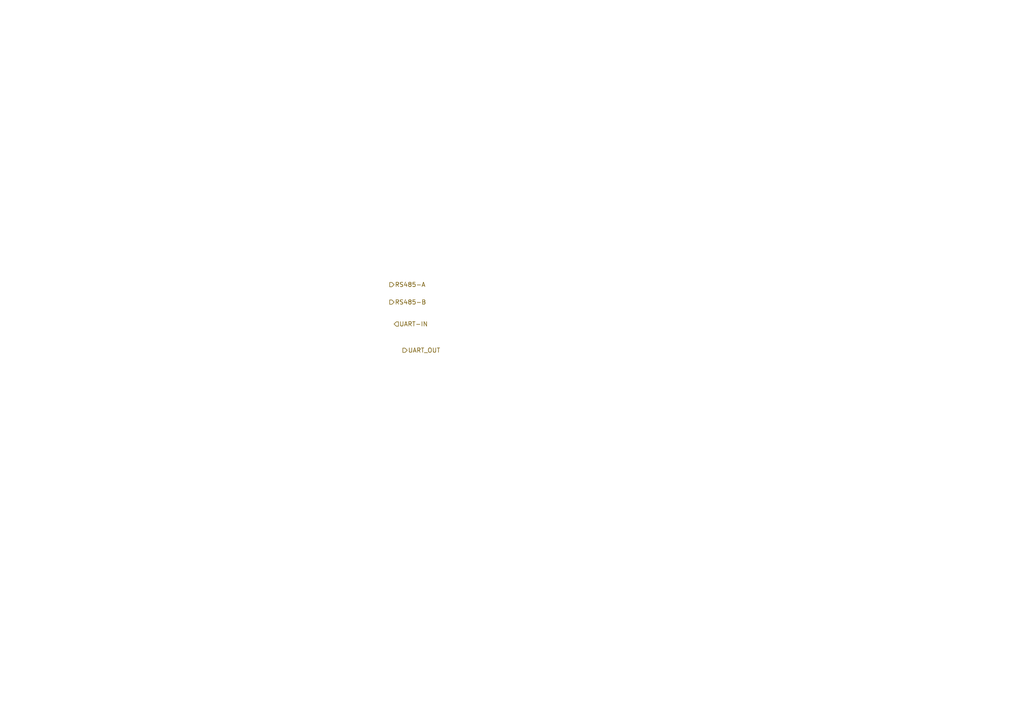
<source format=kicad_sch>
(kicad_sch
	(version 20250114)
	(generator "eeschema")
	(generator_version "9.0")
	(uuid "9074c55d-f001-4ca7-990b-974459a57aab")
	(paper "A4")
	(lib_symbols)
	(hierarchical_label "RS485-B"
		(shape output)
		(at 113.03 87.63 0)
		(effects
			(font
				(size 1.27 1.27)
			)
			(justify left)
		)
		(uuid "30a12191-e46b-49eb-88e2-3b67a79ffa7d")
	)
	(hierarchical_label "UART-IN"
		(shape input)
		(at 114.3 93.98 0)
		(effects
			(font
				(size 1.27 1.27)
			)
			(justify left)
		)
		(uuid "3691678b-05d9-41d4-95d5-83de64bdf191")
	)
	(hierarchical_label "UART_OUT"
		(shape output)
		(at 116.84 101.6 0)
		(effects
			(font
				(size 1.27 1.27)
			)
			(justify left)
		)
		(uuid "4abbb308-e0d7-4b25-9f0b-7d54581f7a16")
	)
	(hierarchical_label "RS485-A"
		(shape output)
		(at 113.03 82.55 0)
		(effects
			(font
				(size 1.27 1.27)
			)
			(justify left)
		)
		(uuid "624da8f4-e01a-427a-a529-c676eb167cd4")
	)
)

</source>
